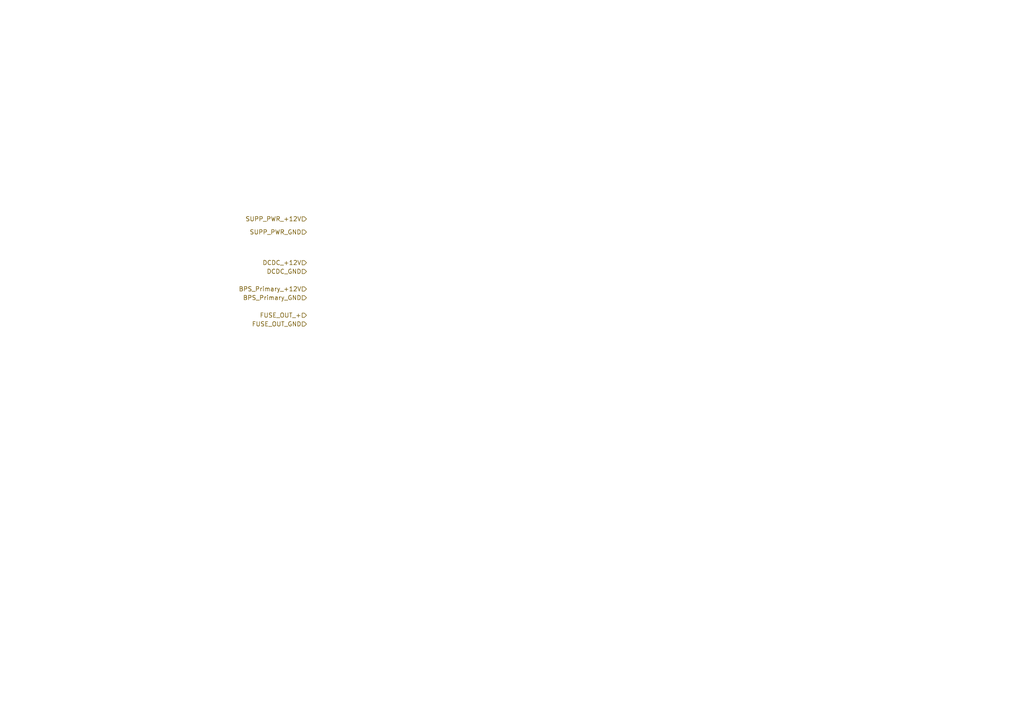
<source format=kicad_sch>
(kicad_sch (version 20230121) (generator eeschema)
  (paper "A4")
  (lib_symbols)
  (hierarchical_label "SUPP_PWR_GND" (shape input) (at 88.9 67.31 180))
  (hierarchical_label "DCDC_GND" (shape input) (at 88.9 78.74 180))
  (hierarchical_label "FUSE_OUT_GND" (shape input) (at 88.9 93.98 180))
  (hierarchical_label "BPS_Primary_GND" (shape input) (at 88.9 86.36 180))
  (hierarchical_label "BPS_Primary_+12V" (shape input) (at 88.9 83.82 180))
  (hierarchical_label "SUPP_PWR_+12V" (shape input) (at 88.9 63.5 180))
  (hierarchical_label "FUSE_OUT_+" (shape input) (at 88.9 91.44 180))
  (hierarchical_label "DCDC_+12V" (shape input) (at 88.9 76.2 180))
)
</source>
